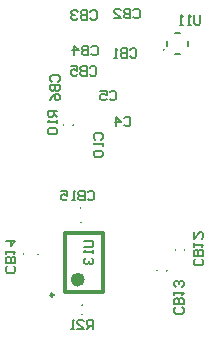
<source format=gbo>
G04 Layer_Color=32896*
%FSLAX25Y25*%
%MOIN*%
G70*
G01*
G75*
%ADD38C,0.01181*%
%ADD39C,0.02362*%
%ADD40C,0.00591*%
%ADD41C,0.00630*%
%ADD42C,0.00787*%
%ADD53C,0.00984*%
D38*
X29801Y-15857D02*
X42399D01*
X29801Y-35543D02*
X42399D01*
X29801D02*
Y-15857D01*
X42399Y-35543D02*
Y-15857D01*
D39*
X35116Y-31409D02*
G03*
X35116Y-31409I-1181J0D01*
G01*
D40*
X35439Y-39925D02*
G03*
X35439Y-39925I-39J0D01*
G01*
X32414Y20100D02*
G03*
X32414Y20100I-39J0D01*
G01*
X34939Y-12362D02*
G03*
X34939Y-12362I-39J0D01*
G01*
Y-7638D02*
G03*
X34939Y-7638I-39J0D01*
G01*
X15877Y-23000D02*
G03*
X15877Y-23000I-39J0D01*
G01*
X20602D02*
G03*
X20602Y-23000I-39J0D01*
G01*
X63614Y-28400D02*
G03*
X63614Y-28400I-39J0D01*
G01*
X66465Y-21500D02*
G03*
X66465Y-21500I-39J0D01*
G01*
X66513Y50943D02*
X68087D01*
X66513Y43857D02*
X68087D01*
X70843Y46613D02*
Y48187D01*
X63757Y46613D02*
Y48187D01*
X51401Y45224D02*
X51926Y45749D01*
X52975D01*
X53500Y45224D01*
Y43125D01*
X52975Y42600D01*
X51926D01*
X51401Y43125D01*
X50351Y45749D02*
Y42600D01*
X48777D01*
X48252Y43125D01*
Y43650D01*
X48777Y44174D01*
X50351D01*
X48777D01*
X48252Y44699D01*
Y45224D01*
X48777Y45749D01*
X50351D01*
X47203Y42600D02*
X46153D01*
X46678D01*
Y45749D01*
X47203Y45224D01*
X49401Y22324D02*
X49926Y22849D01*
X50975D01*
X51500Y22324D01*
Y20225D01*
X50975Y19700D01*
X49926D01*
X49401Y20225D01*
X46777Y19700D02*
Y22849D01*
X48351Y21274D01*
X46252D01*
X25276Y34601D02*
X24751Y35126D01*
Y36175D01*
X25276Y36700D01*
X27375D01*
X27900Y36175D01*
Y35126D01*
X27375Y34601D01*
X24751Y33551D02*
X27900D01*
Y31977D01*
X27375Y31452D01*
X26851D01*
X26326Y31977D01*
Y33551D01*
Y31977D01*
X25801Y31452D01*
X25276D01*
X24751Y31977D01*
Y33551D01*
Y28304D02*
X25276Y29353D01*
X26326Y30403D01*
X27375D01*
X27900Y29878D01*
Y28828D01*
X27375Y28304D01*
X26851D01*
X26326Y28828D01*
Y30403D01*
X38001Y39224D02*
X38526Y39749D01*
X39575D01*
X40100Y39224D01*
Y37125D01*
X39575Y36600D01*
X38526D01*
X38001Y37125D01*
X36951Y39749D02*
Y36600D01*
X35377D01*
X34852Y37125D01*
Y37650D01*
X35377Y38174D01*
X36951D01*
X35377D01*
X34852Y38699D01*
Y39224D01*
X35377Y39749D01*
X36951D01*
X31704D02*
X33803D01*
Y38174D01*
X32753Y38699D01*
X32228D01*
X31704Y38174D01*
Y37125D01*
X32228Y36600D01*
X33278D01*
X33803Y37125D01*
X52501Y58324D02*
X53026Y58849D01*
X54075D01*
X54600Y58324D01*
Y56225D01*
X54075Y55700D01*
X53026D01*
X52501Y56225D01*
X51451Y58849D02*
Y55700D01*
X49877D01*
X49352Y56225D01*
Y56749D01*
X49877Y57274D01*
X51451D01*
X49877D01*
X49352Y57799D01*
Y58324D01*
X49877Y58849D01*
X51451D01*
X46204Y55700D02*
X48303D01*
X46204Y57799D01*
Y58324D01*
X46729Y58849D01*
X47778D01*
X48303Y58324D01*
X44601Y31024D02*
X45126Y31549D01*
X46175D01*
X46700Y31024D01*
Y28925D01*
X46175Y28400D01*
X45126D01*
X44601Y28925D01*
X41452Y31549D02*
X43551D01*
Y29974D01*
X42502Y30499D01*
X41977D01*
X41452Y29974D01*
Y28925D01*
X41977Y28400D01*
X43027D01*
X43551Y28925D01*
X38160Y57873D02*
X38685Y58398D01*
X39735D01*
X40260Y57873D01*
Y55774D01*
X39735Y55249D01*
X38685D01*
X38160Y55774D01*
X37111Y58398D02*
Y55249D01*
X35537D01*
X35012Y55774D01*
Y56299D01*
X35537Y56823D01*
X37111D01*
X35537D01*
X35012Y57348D01*
Y57873D01*
X35537Y58398D01*
X37111D01*
X33962Y57873D02*
X33438Y58398D01*
X32388D01*
X31863Y57873D01*
Y57348D01*
X32388Y56823D01*
X32913D01*
X32388D01*
X31863Y56299D01*
Y55774D01*
X32388Y55249D01*
X33438D01*
X33962Y55774D01*
X38501Y46024D02*
X39026Y46549D01*
X40075D01*
X40600Y46024D01*
Y43925D01*
X40075Y43400D01*
X39026D01*
X38501Y43925D01*
X37451Y46549D02*
Y43400D01*
X35877D01*
X35352Y43925D01*
Y44449D01*
X35877Y44974D01*
X37451D01*
X35877D01*
X35352Y45499D01*
Y46024D01*
X35877Y46549D01*
X37451D01*
X32728Y43400D02*
Y46549D01*
X34303Y44974D01*
X32204D01*
X39776Y15201D02*
X39251Y15726D01*
Y16775D01*
X39776Y17300D01*
X41875D01*
X42400Y16775D01*
Y15726D01*
X41875Y15201D01*
X42400Y14151D02*
Y13102D01*
Y13627D01*
X39251D01*
X39776Y14151D01*
Y11528D02*
X39251Y11003D01*
Y9953D01*
X39776Y9428D01*
X41875D01*
X42400Y9953D01*
Y11003D01*
X41875Y11528D01*
X39776D01*
X75224Y-24601D02*
X75749Y-25126D01*
Y-26175D01*
X75224Y-26700D01*
X73125D01*
X72600Y-26175D01*
Y-25126D01*
X73125Y-24601D01*
X75749Y-23551D02*
X72600D01*
Y-21977D01*
X73125Y-21452D01*
X73650D01*
X74174Y-21977D01*
Y-23551D01*
Y-21977D01*
X74699Y-21452D01*
X75224D01*
X75749Y-21977D01*
Y-23551D01*
X72600Y-20403D02*
Y-19353D01*
Y-19878D01*
X75749D01*
X75224Y-20403D01*
X72600Y-15680D02*
Y-17779D01*
X74699Y-15680D01*
X75224D01*
X75749Y-16205D01*
Y-17254D01*
X75224Y-17779D01*
X68724Y-40701D02*
X69249Y-41226D01*
Y-42275D01*
X68724Y-42800D01*
X66625D01*
X66100Y-42275D01*
Y-41226D01*
X66625Y-40701D01*
X69249Y-39651D02*
X66100D01*
Y-38077D01*
X66625Y-37552D01*
X67150D01*
X67674Y-38077D01*
Y-39651D01*
Y-38077D01*
X68199Y-37552D01*
X68724D01*
X69249Y-38077D01*
Y-39651D01*
X66100Y-36503D02*
Y-35453D01*
Y-35978D01*
X69249D01*
X68724Y-36503D01*
Y-33879D02*
X69249Y-33354D01*
Y-32305D01*
X68724Y-31780D01*
X68199D01*
X67674Y-32305D01*
Y-32829D01*
Y-32305D01*
X67150Y-31780D01*
X66625D01*
X66100Y-32305D01*
Y-33354D01*
X66625Y-33879D01*
X12624Y-27001D02*
X13149Y-27526D01*
Y-28575D01*
X12624Y-29100D01*
X10525D01*
X10000Y-28575D01*
Y-27526D01*
X10525Y-27001D01*
X13149Y-25951D02*
X10000D01*
Y-24377D01*
X10525Y-23852D01*
X11050D01*
X11574Y-24377D01*
Y-25951D01*
Y-24377D01*
X12099Y-23852D01*
X12624D01*
X13149Y-24377D01*
Y-25951D01*
X10000Y-22803D02*
Y-21753D01*
Y-22278D01*
X13149D01*
X12624Y-22803D01*
X10000Y-18605D02*
X13149D01*
X11574Y-20179D01*
Y-18080D01*
X37301Y-2376D02*
X37826Y-1851D01*
X38875D01*
X39400Y-2376D01*
Y-4475D01*
X38875Y-5000D01*
X37826D01*
X37301Y-4475D01*
X36251Y-1851D02*
Y-5000D01*
X34677D01*
X34152Y-4475D01*
Y-3951D01*
X34677Y-3426D01*
X36251D01*
X34677D01*
X34152Y-2901D01*
Y-2376D01*
X34677Y-1851D01*
X36251D01*
X33103Y-5000D02*
X32053D01*
X32578D01*
Y-1851D01*
X33103Y-2376D01*
X28380Y-1851D02*
X30479D01*
Y-3426D01*
X29430Y-2901D01*
X28905D01*
X28380Y-3426D01*
Y-4475D01*
X28905Y-5000D01*
X29954D01*
X30479Y-4475D01*
X27100Y24900D02*
X23951D01*
Y23326D01*
X24476Y22801D01*
X25526D01*
X26050Y23326D01*
Y24900D01*
Y23851D02*
X27100Y22801D01*
Y21751D02*
Y20702D01*
Y21227D01*
X23951D01*
X24476Y21751D01*
Y19128D02*
X23951Y18603D01*
Y17553D01*
X24476Y17029D01*
X26575D01*
X27100Y17553D01*
Y18603D01*
X26575Y19128D01*
X24476D01*
X39100Y-47900D02*
Y-44751D01*
X37526D01*
X37001Y-45276D01*
Y-46326D01*
X37526Y-46850D01*
X39100D01*
X38050D02*
X37001Y-47900D01*
X33852D02*
X35951D01*
X33852Y-45801D01*
Y-45276D01*
X34377Y-44751D01*
X35427D01*
X35951Y-45276D01*
X32803Y-47900D02*
X31753D01*
X32278D01*
Y-44751D01*
X32803Y-45276D01*
X74800Y56749D02*
Y54125D01*
X74275Y53600D01*
X73226D01*
X72701Y54125D01*
Y56749D01*
X71651Y53600D02*
X70602D01*
X71127D01*
Y56749D01*
X71651Y56224D01*
X69028Y53600D02*
X67978D01*
X68503D01*
Y56749D01*
X69028Y56224D01*
X36051Y-18500D02*
X38675D01*
X39200Y-19025D01*
Y-20074D01*
X38675Y-20599D01*
X36051D01*
X39200Y-21649D02*
Y-22698D01*
Y-22173D01*
X36051D01*
X36576Y-21649D01*
Y-24272D02*
X36051Y-24797D01*
Y-25847D01*
X36576Y-26371D01*
X37101D01*
X37626Y-25847D01*
Y-25322D01*
Y-25847D01*
X38151Y-26371D01*
X38675D01*
X39200Y-25847D01*
Y-24797D01*
X38675Y-24272D01*
D41*
X35439Y-43075D02*
G03*
X35439Y-43075I-39J0D01*
G01*
X29265Y20100D02*
G03*
X29265Y20100I-39J0D01*
G01*
X60465Y-28400D02*
G03*
X60465Y-28400I-39J0D01*
G01*
X69614Y-21500D02*
G03*
X69614Y-21500I-39J0D01*
G01*
D42*
X62772Y45235D02*
G03*
X62772Y45235I-197J0D01*
G01*
D53*
X25864Y-36546D02*
G03*
X25864Y-36546I-492J0D01*
G01*
M02*

</source>
